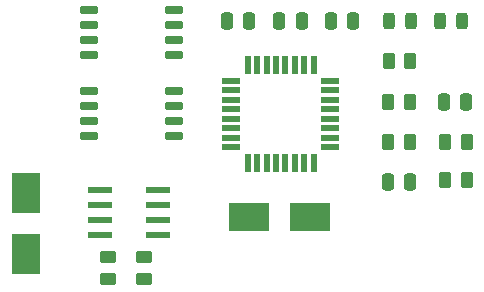
<source format=gtp>
%TF.GenerationSoftware,KiCad,Pcbnew,7.0.11*%
%TF.CreationDate,2024-06-18T14:21:46+05:30*%
%TF.ProjectId,Atmega328p_board,41746d65-6761-4333-9238-705f626f6172,1*%
%TF.SameCoordinates,Original*%
%TF.FileFunction,Paste,Top*%
%TF.FilePolarity,Positive*%
%FSLAX46Y46*%
G04 Gerber Fmt 4.6, Leading zero omitted, Abs format (unit mm)*
G04 Created by KiCad (PCBNEW 7.0.11) date 2024-06-18 14:21:46*
%MOMM*%
%LPD*%
G01*
G04 APERTURE LIST*
G04 Aperture macros list*
%AMRoundRect*
0 Rectangle with rounded corners*
0 $1 Rounding radius*
0 $2 $3 $4 $5 $6 $7 $8 $9 X,Y pos of 4 corners*
0 Add a 4 corners polygon primitive as box body*
4,1,4,$2,$3,$4,$5,$6,$7,$8,$9,$2,$3,0*
0 Add four circle primitives for the rounded corners*
1,1,$1+$1,$2,$3*
1,1,$1+$1,$4,$5*
1,1,$1+$1,$6,$7*
1,1,$1+$1,$8,$9*
0 Add four rect primitives between the rounded corners*
20,1,$1+$1,$2,$3,$4,$5,0*
20,1,$1+$1,$4,$5,$6,$7,0*
20,1,$1+$1,$6,$7,$8,$9,0*
20,1,$1+$1,$8,$9,$2,$3,0*%
G04 Aperture macros list end*
%ADD10RoundRect,0.250000X-0.250000X-0.475000X0.250000X-0.475000X0.250000X0.475000X-0.250000X0.475000X0*%
%ADD11RoundRect,0.250000X0.262500X0.450000X-0.262500X0.450000X-0.262500X-0.450000X0.262500X-0.450000X0*%
%ADD12RoundRect,0.250000X0.450000X-0.262500X0.450000X0.262500X-0.450000X0.262500X-0.450000X-0.262500X0*%
%ADD13RoundRect,0.250000X-0.450000X0.262500X-0.450000X-0.262500X0.450000X-0.262500X0.450000X0.262500X0*%
%ADD14R,2.400000X3.500000*%
%ADD15RoundRect,0.243750X-0.243750X-0.456250X0.243750X-0.456250X0.243750X0.456250X-0.243750X0.456250X0*%
%ADD16RoundRect,0.250000X0.250000X0.475000X-0.250000X0.475000X-0.250000X-0.475000X0.250000X-0.475000X0*%
%ADD17RoundRect,0.150000X-0.650000X-0.150000X0.650000X-0.150000X0.650000X0.150000X-0.650000X0.150000X0*%
%ADD18RoundRect,0.073750X-0.911250X-0.221250X0.911250X-0.221250X0.911250X0.221250X-0.911250X0.221250X0*%
%ADD19RoundRect,0.250000X-0.262500X-0.450000X0.262500X-0.450000X0.262500X0.450000X-0.262500X0.450000X0*%
%ADD20R,3.500000X2.400000*%
%ADD21RoundRect,0.068750X-0.666250X-0.206250X0.666250X-0.206250X0.666250X0.206250X-0.666250X0.206250X0*%
%ADD22RoundRect,0.068750X-0.206250X-0.666250X0.206250X-0.666250X0.206250X0.666250X-0.206250X0.666250X0*%
G04 APERTURE END LIST*
D10*
%TO.C,C1*%
X157327600Y-88036400D03*
X159227600Y-88036400D03*
%TD*%
D11*
%TO.C,R7*%
X154453200Y-91440000D03*
X152628200Y-91440000D03*
%TD*%
D12*
%TO.C,R3*%
X131937800Y-102995100D03*
X131937800Y-101170100D03*
%TD*%
D13*
%TO.C,R2*%
X128889800Y-101170100D03*
X128889800Y-102995100D03*
%TD*%
D14*
%TO.C,Y2*%
X121920000Y-100898000D03*
X121920000Y-95698000D03*
%TD*%
D10*
%TO.C,C4*%
X143388000Y-81153000D03*
X145288000Y-81153000D03*
%TD*%
D15*
%TO.C,D1*%
X152638800Y-81127600D03*
X154513800Y-81127600D03*
%TD*%
D10*
%TO.C,C2*%
X152570700Y-94792800D03*
X154470700Y-94792800D03*
%TD*%
D16*
%TO.C,C5*%
X149651800Y-81127600D03*
X147751800Y-81127600D03*
%TD*%
D17*
%TO.C,U1*%
X127293000Y-80213200D03*
X127293000Y-81483200D03*
X127293000Y-82753200D03*
X127293000Y-84023200D03*
X134493000Y-84023200D03*
X134493000Y-82753200D03*
X134493000Y-81483200D03*
X134493000Y-80213200D03*
%TD*%
D18*
%TO.C,U4*%
X128208000Y-95504000D03*
X128208000Y-96774000D03*
X128208000Y-98044000D03*
X128208000Y-99314000D03*
X133158000Y-99314000D03*
X133158000Y-98044000D03*
X133158000Y-96774000D03*
X133158000Y-95504000D03*
%TD*%
D19*
%TO.C,R6*%
X157441300Y-94589600D03*
X159266300Y-94589600D03*
%TD*%
D10*
%TO.C,C3*%
X138938000Y-81153000D03*
X140838000Y-81153000D03*
%TD*%
D20*
%TO.C,Y1*%
X146008400Y-97790000D03*
X140808400Y-97790000D03*
%TD*%
D17*
%TO.C,U2*%
X127293000Y-87043200D03*
X127293000Y-88313200D03*
X127293000Y-89583200D03*
X127293000Y-90853200D03*
X134493000Y-90853200D03*
X134493000Y-89583200D03*
X134493000Y-88313200D03*
X134493000Y-87043200D03*
%TD*%
D19*
%TO.C,R1*%
X157456500Y-91440000D03*
X159281500Y-91440000D03*
%TD*%
%TO.C,R4*%
X152655900Y-84531200D03*
X154480900Y-84531200D03*
%TD*%
D15*
%TO.C,D2*%
X156954500Y-81127600D03*
X158829500Y-81127600D03*
%TD*%
D19*
%TO.C,R5*%
X152628200Y-88036400D03*
X154453200Y-88036400D03*
%TD*%
D21*
%TO.C,U3*%
X139340000Y-86227000D03*
X139340000Y-87027000D03*
X139340000Y-87827000D03*
X139340000Y-88627000D03*
X139340000Y-89427000D03*
X139340000Y-90227000D03*
X139340000Y-91027000D03*
X139340000Y-91827000D03*
D22*
X140710000Y-93197000D03*
X141510000Y-93197000D03*
X142310000Y-93197000D03*
X143110000Y-93197000D03*
X143910000Y-93197000D03*
X144710000Y-93197000D03*
X145510000Y-93197000D03*
X146310000Y-93197000D03*
D21*
X147680000Y-91827000D03*
X147680000Y-91027000D03*
X147680000Y-90227000D03*
X147680000Y-89427000D03*
X147680000Y-88627000D03*
X147680000Y-87827000D03*
X147680000Y-87027000D03*
X147680000Y-86227000D03*
D22*
X146310000Y-84857000D03*
X145510000Y-84857000D03*
X144710000Y-84857000D03*
X143910000Y-84857000D03*
X143110000Y-84857000D03*
X142310000Y-84857000D03*
X141510000Y-84857000D03*
X140710000Y-84857000D03*
%TD*%
M02*

</source>
